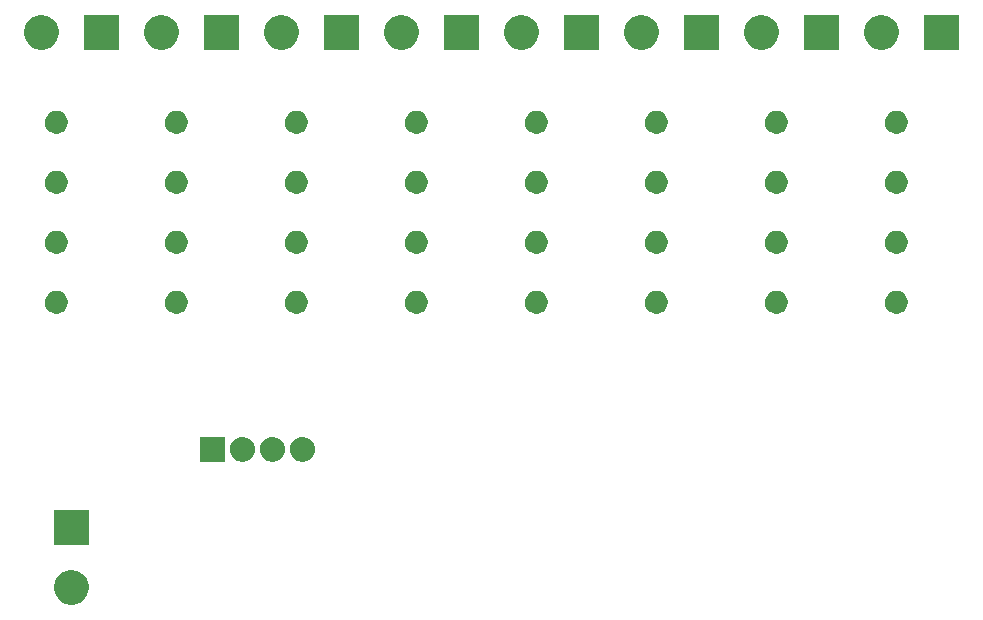
<source format=gbs>
G04 #@! TF.GenerationSoftware,KiCad,Pcbnew,5.0.1-33cea8e~68~ubuntu18.04.1*
G04 #@! TF.CreationDate,2018-11-29T08:56:37+01:00*
G04 #@! TF.ProjectId,8RelaisReed,3852656C616973526565642E6B696361,rev?*
G04 #@! TF.SameCoordinates,Original*
G04 #@! TF.FileFunction,Soldermask,Bot*
G04 #@! TF.FilePolarity,Negative*
%FSLAX46Y46*%
G04 Gerber Fmt 4.6, Leading zero omitted, Abs format (unit mm)*
G04 Created by KiCad (PCBNEW 5.0.1-33cea8e~68~ubuntu18.04.1) date jeu. 29 nov. 2018 08:56:37 CET*
%MOMM*%
%LPD*%
G01*
G04 APERTURE LIST*
%ADD10C,0.100000*%
G04 APERTURE END LIST*
D10*
G36*
X143938781Y-115426490D02*
X144206307Y-115537303D01*
X144447074Y-115698178D01*
X144651822Y-115902926D01*
X144812697Y-116143693D01*
X144923510Y-116411219D01*
X144980000Y-116695216D01*
X144980000Y-116984784D01*
X144923510Y-117268781D01*
X144812697Y-117536307D01*
X144651822Y-117777074D01*
X144447074Y-117981822D01*
X144206307Y-118142697D01*
X143938781Y-118253510D01*
X143654784Y-118310000D01*
X143365216Y-118310000D01*
X143081219Y-118253510D01*
X142813693Y-118142697D01*
X142572926Y-117981822D01*
X142368178Y-117777074D01*
X142207303Y-117536307D01*
X142096490Y-117268781D01*
X142040000Y-116984784D01*
X142040000Y-116695216D01*
X142096490Y-116411219D01*
X142207303Y-116143693D01*
X142368178Y-115902926D01*
X142572926Y-115698178D01*
X142813693Y-115537303D01*
X143081219Y-115426490D01*
X143365216Y-115370000D01*
X143654784Y-115370000D01*
X143938781Y-115426490D01*
X143938781Y-115426490D01*
G37*
G36*
X144980000Y-113230000D02*
X142040000Y-113230000D01*
X142040000Y-110290000D01*
X144980000Y-110290000D01*
X144980000Y-113230000D01*
X144980000Y-113230000D01*
G37*
G36*
X156498000Y-106206000D02*
X154398000Y-106206000D01*
X154398000Y-104106000D01*
X156498000Y-104106000D01*
X156498000Y-106206000D01*
X156498000Y-106206000D01*
G37*
G36*
X163196707Y-104113596D02*
X163273836Y-104121193D01*
X163405787Y-104161220D01*
X163471763Y-104181233D01*
X163654172Y-104278733D01*
X163814054Y-104409946D01*
X163945267Y-104569828D01*
X164042767Y-104752237D01*
X164042767Y-104752238D01*
X164102807Y-104950164D01*
X164123080Y-105156000D01*
X164102807Y-105361836D01*
X164062780Y-105493787D01*
X164042767Y-105559763D01*
X163945267Y-105742172D01*
X163814054Y-105902054D01*
X163654172Y-106033267D01*
X163471763Y-106130767D01*
X163405787Y-106150780D01*
X163273836Y-106190807D01*
X163196707Y-106198404D01*
X163119580Y-106206000D01*
X163016420Y-106206000D01*
X162939293Y-106198404D01*
X162862164Y-106190807D01*
X162730213Y-106150780D01*
X162664237Y-106130767D01*
X162481828Y-106033267D01*
X162321946Y-105902054D01*
X162190733Y-105742172D01*
X162093233Y-105559763D01*
X162073220Y-105493787D01*
X162033193Y-105361836D01*
X162012920Y-105156000D01*
X162033193Y-104950164D01*
X162093233Y-104752238D01*
X162093233Y-104752237D01*
X162190733Y-104569828D01*
X162321946Y-104409946D01*
X162481828Y-104278733D01*
X162664237Y-104181233D01*
X162730213Y-104161220D01*
X162862164Y-104121193D01*
X162939293Y-104113596D01*
X163016420Y-104106000D01*
X163119580Y-104106000D01*
X163196707Y-104113596D01*
X163196707Y-104113596D01*
G37*
G36*
X160656707Y-104113596D02*
X160733836Y-104121193D01*
X160865787Y-104161220D01*
X160931763Y-104181233D01*
X161114172Y-104278733D01*
X161274054Y-104409946D01*
X161405267Y-104569828D01*
X161502767Y-104752237D01*
X161502767Y-104752238D01*
X161562807Y-104950164D01*
X161583080Y-105156000D01*
X161562807Y-105361836D01*
X161522780Y-105493787D01*
X161502767Y-105559763D01*
X161405267Y-105742172D01*
X161274054Y-105902054D01*
X161114172Y-106033267D01*
X160931763Y-106130767D01*
X160865787Y-106150780D01*
X160733836Y-106190807D01*
X160656707Y-106198404D01*
X160579580Y-106206000D01*
X160476420Y-106206000D01*
X160399293Y-106198404D01*
X160322164Y-106190807D01*
X160190213Y-106150780D01*
X160124237Y-106130767D01*
X159941828Y-106033267D01*
X159781946Y-105902054D01*
X159650733Y-105742172D01*
X159553233Y-105559763D01*
X159533220Y-105493787D01*
X159493193Y-105361836D01*
X159472920Y-105156000D01*
X159493193Y-104950164D01*
X159553233Y-104752238D01*
X159553233Y-104752237D01*
X159650733Y-104569828D01*
X159781946Y-104409946D01*
X159941828Y-104278733D01*
X160124237Y-104181233D01*
X160190213Y-104161220D01*
X160322164Y-104121193D01*
X160399293Y-104113596D01*
X160476420Y-104106000D01*
X160579580Y-104106000D01*
X160656707Y-104113596D01*
X160656707Y-104113596D01*
G37*
G36*
X158116707Y-104113596D02*
X158193836Y-104121193D01*
X158325787Y-104161220D01*
X158391763Y-104181233D01*
X158574172Y-104278733D01*
X158734054Y-104409946D01*
X158865267Y-104569828D01*
X158962767Y-104752237D01*
X158962767Y-104752238D01*
X159022807Y-104950164D01*
X159043080Y-105156000D01*
X159022807Y-105361836D01*
X158982780Y-105493787D01*
X158962767Y-105559763D01*
X158865267Y-105742172D01*
X158734054Y-105902054D01*
X158574172Y-106033267D01*
X158391763Y-106130767D01*
X158325787Y-106150780D01*
X158193836Y-106190807D01*
X158116707Y-106198404D01*
X158039580Y-106206000D01*
X157936420Y-106206000D01*
X157859293Y-106198404D01*
X157782164Y-106190807D01*
X157650213Y-106150780D01*
X157584237Y-106130767D01*
X157401828Y-106033267D01*
X157241946Y-105902054D01*
X157110733Y-105742172D01*
X157013233Y-105559763D01*
X156993220Y-105493787D01*
X156953193Y-105361836D01*
X156932920Y-105156000D01*
X156953193Y-104950164D01*
X157013233Y-104752238D01*
X157013233Y-104752237D01*
X157110733Y-104569828D01*
X157241946Y-104409946D01*
X157401828Y-104278733D01*
X157584237Y-104181233D01*
X157650213Y-104161220D01*
X157782164Y-104121193D01*
X157859293Y-104113596D01*
X157936420Y-104106000D01*
X158039580Y-104106000D01*
X158116707Y-104113596D01*
X158116707Y-104113596D01*
G37*
G36*
X142520603Y-91784968D02*
X142520606Y-91784969D01*
X142520605Y-91784969D01*
X142695678Y-91857486D01*
X142695679Y-91857487D01*
X142853241Y-91962767D01*
X142987233Y-92096759D01*
X142987234Y-92096761D01*
X143092514Y-92254322D01*
X143148603Y-92389734D01*
X143165032Y-92429397D01*
X143202000Y-92615250D01*
X143202000Y-92804750D01*
X143165032Y-92990603D01*
X143165031Y-92990605D01*
X143092514Y-93165678D01*
X143092513Y-93165679D01*
X142987233Y-93323241D01*
X142853241Y-93457233D01*
X142773923Y-93510232D01*
X142695678Y-93562514D01*
X142560266Y-93618603D01*
X142520603Y-93635032D01*
X142334750Y-93672000D01*
X142145250Y-93672000D01*
X141959397Y-93635032D01*
X141919734Y-93618603D01*
X141784322Y-93562514D01*
X141706077Y-93510232D01*
X141626759Y-93457233D01*
X141492767Y-93323241D01*
X141387487Y-93165679D01*
X141387486Y-93165678D01*
X141314969Y-92990605D01*
X141314968Y-92990603D01*
X141278000Y-92804750D01*
X141278000Y-92615250D01*
X141314968Y-92429397D01*
X141331397Y-92389734D01*
X141387486Y-92254322D01*
X141492766Y-92096761D01*
X141492767Y-92096759D01*
X141626759Y-91962767D01*
X141784321Y-91857487D01*
X141784322Y-91857486D01*
X141959395Y-91784969D01*
X141959394Y-91784969D01*
X141959397Y-91784968D01*
X142145250Y-91748000D01*
X142334750Y-91748000D01*
X142520603Y-91784968D01*
X142520603Y-91784968D01*
G37*
G36*
X162840603Y-91784968D02*
X162840606Y-91784969D01*
X162840605Y-91784969D01*
X163015678Y-91857486D01*
X163015679Y-91857487D01*
X163173241Y-91962767D01*
X163307233Y-92096759D01*
X163307234Y-92096761D01*
X163412514Y-92254322D01*
X163468603Y-92389734D01*
X163485032Y-92429397D01*
X163522000Y-92615250D01*
X163522000Y-92804750D01*
X163485032Y-92990603D01*
X163485031Y-92990605D01*
X163412514Y-93165678D01*
X163412513Y-93165679D01*
X163307233Y-93323241D01*
X163173241Y-93457233D01*
X163093923Y-93510232D01*
X163015678Y-93562514D01*
X162880266Y-93618603D01*
X162840603Y-93635032D01*
X162654750Y-93672000D01*
X162465250Y-93672000D01*
X162279397Y-93635032D01*
X162239734Y-93618603D01*
X162104322Y-93562514D01*
X162026077Y-93510232D01*
X161946759Y-93457233D01*
X161812767Y-93323241D01*
X161707487Y-93165679D01*
X161707486Y-93165678D01*
X161634969Y-92990605D01*
X161634968Y-92990603D01*
X161598000Y-92804750D01*
X161598000Y-92615250D01*
X161634968Y-92429397D01*
X161651397Y-92389734D01*
X161707486Y-92254322D01*
X161812766Y-92096761D01*
X161812767Y-92096759D01*
X161946759Y-91962767D01*
X162104321Y-91857487D01*
X162104322Y-91857486D01*
X162279395Y-91784969D01*
X162279394Y-91784969D01*
X162279397Y-91784968D01*
X162465250Y-91748000D01*
X162654750Y-91748000D01*
X162840603Y-91784968D01*
X162840603Y-91784968D01*
G37*
G36*
X173000603Y-91784968D02*
X173000606Y-91784969D01*
X173000605Y-91784969D01*
X173175678Y-91857486D01*
X173175679Y-91857487D01*
X173333241Y-91962767D01*
X173467233Y-92096759D01*
X173467234Y-92096761D01*
X173572514Y-92254322D01*
X173628603Y-92389734D01*
X173645032Y-92429397D01*
X173682000Y-92615250D01*
X173682000Y-92804750D01*
X173645032Y-92990603D01*
X173645031Y-92990605D01*
X173572514Y-93165678D01*
X173572513Y-93165679D01*
X173467233Y-93323241D01*
X173333241Y-93457233D01*
X173253923Y-93510232D01*
X173175678Y-93562514D01*
X173040266Y-93618603D01*
X173000603Y-93635032D01*
X172814750Y-93672000D01*
X172625250Y-93672000D01*
X172439397Y-93635032D01*
X172399734Y-93618603D01*
X172264322Y-93562514D01*
X172186077Y-93510232D01*
X172106759Y-93457233D01*
X171972767Y-93323241D01*
X171867487Y-93165679D01*
X171867486Y-93165678D01*
X171794969Y-92990605D01*
X171794968Y-92990603D01*
X171758000Y-92804750D01*
X171758000Y-92615250D01*
X171794968Y-92429397D01*
X171811397Y-92389734D01*
X171867486Y-92254322D01*
X171972766Y-92096761D01*
X171972767Y-92096759D01*
X172106759Y-91962767D01*
X172264321Y-91857487D01*
X172264322Y-91857486D01*
X172439395Y-91784969D01*
X172439394Y-91784969D01*
X172439397Y-91784968D01*
X172625250Y-91748000D01*
X172814750Y-91748000D01*
X173000603Y-91784968D01*
X173000603Y-91784968D01*
G37*
G36*
X183160603Y-91784968D02*
X183160606Y-91784969D01*
X183160605Y-91784969D01*
X183335678Y-91857486D01*
X183335679Y-91857487D01*
X183493241Y-91962767D01*
X183627233Y-92096759D01*
X183627234Y-92096761D01*
X183732514Y-92254322D01*
X183788603Y-92389734D01*
X183805032Y-92429397D01*
X183842000Y-92615250D01*
X183842000Y-92804750D01*
X183805032Y-92990603D01*
X183805031Y-92990605D01*
X183732514Y-93165678D01*
X183732513Y-93165679D01*
X183627233Y-93323241D01*
X183493241Y-93457233D01*
X183413923Y-93510232D01*
X183335678Y-93562514D01*
X183200266Y-93618603D01*
X183160603Y-93635032D01*
X182974750Y-93672000D01*
X182785250Y-93672000D01*
X182599397Y-93635032D01*
X182559734Y-93618603D01*
X182424322Y-93562514D01*
X182346077Y-93510232D01*
X182266759Y-93457233D01*
X182132767Y-93323241D01*
X182027487Y-93165679D01*
X182027486Y-93165678D01*
X181954969Y-92990605D01*
X181954968Y-92990603D01*
X181918000Y-92804750D01*
X181918000Y-92615250D01*
X181954968Y-92429397D01*
X181971397Y-92389734D01*
X182027486Y-92254322D01*
X182132766Y-92096761D01*
X182132767Y-92096759D01*
X182266759Y-91962767D01*
X182424321Y-91857487D01*
X182424322Y-91857486D01*
X182599395Y-91784969D01*
X182599394Y-91784969D01*
X182599397Y-91784968D01*
X182785250Y-91748000D01*
X182974750Y-91748000D01*
X183160603Y-91784968D01*
X183160603Y-91784968D01*
G37*
G36*
X193320603Y-91784968D02*
X193320606Y-91784969D01*
X193320605Y-91784969D01*
X193495678Y-91857486D01*
X193495679Y-91857487D01*
X193653241Y-91962767D01*
X193787233Y-92096759D01*
X193787234Y-92096761D01*
X193892514Y-92254322D01*
X193948603Y-92389734D01*
X193965032Y-92429397D01*
X194002000Y-92615250D01*
X194002000Y-92804750D01*
X193965032Y-92990603D01*
X193965031Y-92990605D01*
X193892514Y-93165678D01*
X193892513Y-93165679D01*
X193787233Y-93323241D01*
X193653241Y-93457233D01*
X193573923Y-93510232D01*
X193495678Y-93562514D01*
X193360266Y-93618603D01*
X193320603Y-93635032D01*
X193134750Y-93672000D01*
X192945250Y-93672000D01*
X192759397Y-93635032D01*
X192719734Y-93618603D01*
X192584322Y-93562514D01*
X192506077Y-93510232D01*
X192426759Y-93457233D01*
X192292767Y-93323241D01*
X192187487Y-93165679D01*
X192187486Y-93165678D01*
X192114969Y-92990605D01*
X192114968Y-92990603D01*
X192078000Y-92804750D01*
X192078000Y-92615250D01*
X192114968Y-92429397D01*
X192131397Y-92389734D01*
X192187486Y-92254322D01*
X192292766Y-92096761D01*
X192292767Y-92096759D01*
X192426759Y-91962767D01*
X192584321Y-91857487D01*
X192584322Y-91857486D01*
X192759395Y-91784969D01*
X192759394Y-91784969D01*
X192759397Y-91784968D01*
X192945250Y-91748000D01*
X193134750Y-91748000D01*
X193320603Y-91784968D01*
X193320603Y-91784968D01*
G37*
G36*
X203480603Y-91784968D02*
X203480606Y-91784969D01*
X203480605Y-91784969D01*
X203655678Y-91857486D01*
X203655679Y-91857487D01*
X203813241Y-91962767D01*
X203947233Y-92096759D01*
X203947234Y-92096761D01*
X204052514Y-92254322D01*
X204108603Y-92389734D01*
X204125032Y-92429397D01*
X204162000Y-92615250D01*
X204162000Y-92804750D01*
X204125032Y-92990603D01*
X204125031Y-92990605D01*
X204052514Y-93165678D01*
X204052513Y-93165679D01*
X203947233Y-93323241D01*
X203813241Y-93457233D01*
X203733923Y-93510232D01*
X203655678Y-93562514D01*
X203520266Y-93618603D01*
X203480603Y-93635032D01*
X203294750Y-93672000D01*
X203105250Y-93672000D01*
X202919397Y-93635032D01*
X202879734Y-93618603D01*
X202744322Y-93562514D01*
X202666077Y-93510232D01*
X202586759Y-93457233D01*
X202452767Y-93323241D01*
X202347487Y-93165679D01*
X202347486Y-93165678D01*
X202274969Y-92990605D01*
X202274968Y-92990603D01*
X202238000Y-92804750D01*
X202238000Y-92615250D01*
X202274968Y-92429397D01*
X202291397Y-92389734D01*
X202347486Y-92254322D01*
X202452766Y-92096761D01*
X202452767Y-92096759D01*
X202586759Y-91962767D01*
X202744321Y-91857487D01*
X202744322Y-91857486D01*
X202919395Y-91784969D01*
X202919394Y-91784969D01*
X202919397Y-91784968D01*
X203105250Y-91748000D01*
X203294750Y-91748000D01*
X203480603Y-91784968D01*
X203480603Y-91784968D01*
G37*
G36*
X213640603Y-91784968D02*
X213640606Y-91784969D01*
X213640605Y-91784969D01*
X213815678Y-91857486D01*
X213815679Y-91857487D01*
X213973241Y-91962767D01*
X214107233Y-92096759D01*
X214107234Y-92096761D01*
X214212514Y-92254322D01*
X214268603Y-92389734D01*
X214285032Y-92429397D01*
X214322000Y-92615250D01*
X214322000Y-92804750D01*
X214285032Y-92990603D01*
X214285031Y-92990605D01*
X214212514Y-93165678D01*
X214212513Y-93165679D01*
X214107233Y-93323241D01*
X213973241Y-93457233D01*
X213893923Y-93510232D01*
X213815678Y-93562514D01*
X213680266Y-93618603D01*
X213640603Y-93635032D01*
X213454750Y-93672000D01*
X213265250Y-93672000D01*
X213079397Y-93635032D01*
X213039734Y-93618603D01*
X212904322Y-93562514D01*
X212826077Y-93510232D01*
X212746759Y-93457233D01*
X212612767Y-93323241D01*
X212507487Y-93165679D01*
X212507486Y-93165678D01*
X212434969Y-92990605D01*
X212434968Y-92990603D01*
X212398000Y-92804750D01*
X212398000Y-92615250D01*
X212434968Y-92429397D01*
X212451397Y-92389734D01*
X212507486Y-92254322D01*
X212612766Y-92096761D01*
X212612767Y-92096759D01*
X212746759Y-91962767D01*
X212904321Y-91857487D01*
X212904322Y-91857486D01*
X213079395Y-91784969D01*
X213079394Y-91784969D01*
X213079397Y-91784968D01*
X213265250Y-91748000D01*
X213454750Y-91748000D01*
X213640603Y-91784968D01*
X213640603Y-91784968D01*
G37*
G36*
X152680603Y-91784968D02*
X152680606Y-91784969D01*
X152680605Y-91784969D01*
X152855678Y-91857486D01*
X152855679Y-91857487D01*
X153013241Y-91962767D01*
X153147233Y-92096759D01*
X153147234Y-92096761D01*
X153252514Y-92254322D01*
X153308603Y-92389734D01*
X153325032Y-92429397D01*
X153362000Y-92615250D01*
X153362000Y-92804750D01*
X153325032Y-92990603D01*
X153325031Y-92990605D01*
X153252514Y-93165678D01*
X153252513Y-93165679D01*
X153147233Y-93323241D01*
X153013241Y-93457233D01*
X152933923Y-93510232D01*
X152855678Y-93562514D01*
X152720266Y-93618603D01*
X152680603Y-93635032D01*
X152494750Y-93672000D01*
X152305250Y-93672000D01*
X152119397Y-93635032D01*
X152079734Y-93618603D01*
X151944322Y-93562514D01*
X151866077Y-93510232D01*
X151786759Y-93457233D01*
X151652767Y-93323241D01*
X151547487Y-93165679D01*
X151547486Y-93165678D01*
X151474969Y-92990605D01*
X151474968Y-92990603D01*
X151438000Y-92804750D01*
X151438000Y-92615250D01*
X151474968Y-92429397D01*
X151491397Y-92389734D01*
X151547486Y-92254322D01*
X151652766Y-92096761D01*
X151652767Y-92096759D01*
X151786759Y-91962767D01*
X151944321Y-91857487D01*
X151944322Y-91857486D01*
X152119395Y-91784969D01*
X152119394Y-91784969D01*
X152119397Y-91784968D01*
X152305250Y-91748000D01*
X152494750Y-91748000D01*
X152680603Y-91784968D01*
X152680603Y-91784968D01*
G37*
G36*
X142520603Y-86704968D02*
X142520606Y-86704969D01*
X142520605Y-86704969D01*
X142695678Y-86777486D01*
X142695679Y-86777487D01*
X142853241Y-86882767D01*
X142987233Y-87016759D01*
X142987234Y-87016761D01*
X143092514Y-87174322D01*
X143148603Y-87309734D01*
X143165032Y-87349397D01*
X143202000Y-87535250D01*
X143202000Y-87724750D01*
X143165032Y-87910603D01*
X143165031Y-87910605D01*
X143092514Y-88085678D01*
X143092513Y-88085679D01*
X142987233Y-88243241D01*
X142853241Y-88377233D01*
X142773923Y-88430232D01*
X142695678Y-88482514D01*
X142560266Y-88538603D01*
X142520603Y-88555032D01*
X142334750Y-88592000D01*
X142145250Y-88592000D01*
X141959397Y-88555032D01*
X141919734Y-88538603D01*
X141784322Y-88482514D01*
X141706077Y-88430232D01*
X141626759Y-88377233D01*
X141492767Y-88243241D01*
X141387487Y-88085679D01*
X141387486Y-88085678D01*
X141314969Y-87910605D01*
X141314968Y-87910603D01*
X141278000Y-87724750D01*
X141278000Y-87535250D01*
X141314968Y-87349397D01*
X141331397Y-87309734D01*
X141387486Y-87174322D01*
X141492766Y-87016761D01*
X141492767Y-87016759D01*
X141626759Y-86882767D01*
X141784321Y-86777487D01*
X141784322Y-86777486D01*
X141959395Y-86704969D01*
X141959394Y-86704969D01*
X141959397Y-86704968D01*
X142145250Y-86668000D01*
X142334750Y-86668000D01*
X142520603Y-86704968D01*
X142520603Y-86704968D01*
G37*
G36*
X162840603Y-86704968D02*
X162840606Y-86704969D01*
X162840605Y-86704969D01*
X163015678Y-86777486D01*
X163015679Y-86777487D01*
X163173241Y-86882767D01*
X163307233Y-87016759D01*
X163307234Y-87016761D01*
X163412514Y-87174322D01*
X163468603Y-87309734D01*
X163485032Y-87349397D01*
X163522000Y-87535250D01*
X163522000Y-87724750D01*
X163485032Y-87910603D01*
X163485031Y-87910605D01*
X163412514Y-88085678D01*
X163412513Y-88085679D01*
X163307233Y-88243241D01*
X163173241Y-88377233D01*
X163093923Y-88430232D01*
X163015678Y-88482514D01*
X162880266Y-88538603D01*
X162840603Y-88555032D01*
X162654750Y-88592000D01*
X162465250Y-88592000D01*
X162279397Y-88555032D01*
X162239734Y-88538603D01*
X162104322Y-88482514D01*
X162026077Y-88430232D01*
X161946759Y-88377233D01*
X161812767Y-88243241D01*
X161707487Y-88085679D01*
X161707486Y-88085678D01*
X161634969Y-87910605D01*
X161634968Y-87910603D01*
X161598000Y-87724750D01*
X161598000Y-87535250D01*
X161634968Y-87349397D01*
X161651397Y-87309734D01*
X161707486Y-87174322D01*
X161812766Y-87016761D01*
X161812767Y-87016759D01*
X161946759Y-86882767D01*
X162104321Y-86777487D01*
X162104322Y-86777486D01*
X162279395Y-86704969D01*
X162279394Y-86704969D01*
X162279397Y-86704968D01*
X162465250Y-86668000D01*
X162654750Y-86668000D01*
X162840603Y-86704968D01*
X162840603Y-86704968D01*
G37*
G36*
X152680603Y-86704968D02*
X152680606Y-86704969D01*
X152680605Y-86704969D01*
X152855678Y-86777486D01*
X152855679Y-86777487D01*
X153013241Y-86882767D01*
X153147233Y-87016759D01*
X153147234Y-87016761D01*
X153252514Y-87174322D01*
X153308603Y-87309734D01*
X153325032Y-87349397D01*
X153362000Y-87535250D01*
X153362000Y-87724750D01*
X153325032Y-87910603D01*
X153325031Y-87910605D01*
X153252514Y-88085678D01*
X153252513Y-88085679D01*
X153147233Y-88243241D01*
X153013241Y-88377233D01*
X152933923Y-88430232D01*
X152855678Y-88482514D01*
X152720266Y-88538603D01*
X152680603Y-88555032D01*
X152494750Y-88592000D01*
X152305250Y-88592000D01*
X152119397Y-88555032D01*
X152079734Y-88538603D01*
X151944322Y-88482514D01*
X151866077Y-88430232D01*
X151786759Y-88377233D01*
X151652767Y-88243241D01*
X151547487Y-88085679D01*
X151547486Y-88085678D01*
X151474969Y-87910605D01*
X151474968Y-87910603D01*
X151438000Y-87724750D01*
X151438000Y-87535250D01*
X151474968Y-87349397D01*
X151491397Y-87309734D01*
X151547486Y-87174322D01*
X151652766Y-87016761D01*
X151652767Y-87016759D01*
X151786759Y-86882767D01*
X151944321Y-86777487D01*
X151944322Y-86777486D01*
X152119395Y-86704969D01*
X152119394Y-86704969D01*
X152119397Y-86704968D01*
X152305250Y-86668000D01*
X152494750Y-86668000D01*
X152680603Y-86704968D01*
X152680603Y-86704968D01*
G37*
G36*
X173000603Y-86704968D02*
X173000606Y-86704969D01*
X173000605Y-86704969D01*
X173175678Y-86777486D01*
X173175679Y-86777487D01*
X173333241Y-86882767D01*
X173467233Y-87016759D01*
X173467234Y-87016761D01*
X173572514Y-87174322D01*
X173628603Y-87309734D01*
X173645032Y-87349397D01*
X173682000Y-87535250D01*
X173682000Y-87724750D01*
X173645032Y-87910603D01*
X173645031Y-87910605D01*
X173572514Y-88085678D01*
X173572513Y-88085679D01*
X173467233Y-88243241D01*
X173333241Y-88377233D01*
X173253923Y-88430232D01*
X173175678Y-88482514D01*
X173040266Y-88538603D01*
X173000603Y-88555032D01*
X172814750Y-88592000D01*
X172625250Y-88592000D01*
X172439397Y-88555032D01*
X172399734Y-88538603D01*
X172264322Y-88482514D01*
X172186077Y-88430232D01*
X172106759Y-88377233D01*
X171972767Y-88243241D01*
X171867487Y-88085679D01*
X171867486Y-88085678D01*
X171794969Y-87910605D01*
X171794968Y-87910603D01*
X171758000Y-87724750D01*
X171758000Y-87535250D01*
X171794968Y-87349397D01*
X171811397Y-87309734D01*
X171867486Y-87174322D01*
X171972766Y-87016761D01*
X171972767Y-87016759D01*
X172106759Y-86882767D01*
X172264321Y-86777487D01*
X172264322Y-86777486D01*
X172439395Y-86704969D01*
X172439394Y-86704969D01*
X172439397Y-86704968D01*
X172625250Y-86668000D01*
X172814750Y-86668000D01*
X173000603Y-86704968D01*
X173000603Y-86704968D01*
G37*
G36*
X183160603Y-86704968D02*
X183160606Y-86704969D01*
X183160605Y-86704969D01*
X183335678Y-86777486D01*
X183335679Y-86777487D01*
X183493241Y-86882767D01*
X183627233Y-87016759D01*
X183627234Y-87016761D01*
X183732514Y-87174322D01*
X183788603Y-87309734D01*
X183805032Y-87349397D01*
X183842000Y-87535250D01*
X183842000Y-87724750D01*
X183805032Y-87910603D01*
X183805031Y-87910605D01*
X183732514Y-88085678D01*
X183732513Y-88085679D01*
X183627233Y-88243241D01*
X183493241Y-88377233D01*
X183413923Y-88430232D01*
X183335678Y-88482514D01*
X183200266Y-88538603D01*
X183160603Y-88555032D01*
X182974750Y-88592000D01*
X182785250Y-88592000D01*
X182599397Y-88555032D01*
X182559734Y-88538603D01*
X182424322Y-88482514D01*
X182346077Y-88430232D01*
X182266759Y-88377233D01*
X182132767Y-88243241D01*
X182027487Y-88085679D01*
X182027486Y-88085678D01*
X181954969Y-87910605D01*
X181954968Y-87910603D01*
X181918000Y-87724750D01*
X181918000Y-87535250D01*
X181954968Y-87349397D01*
X181971397Y-87309734D01*
X182027486Y-87174322D01*
X182132766Y-87016761D01*
X182132767Y-87016759D01*
X182266759Y-86882767D01*
X182424321Y-86777487D01*
X182424322Y-86777486D01*
X182599395Y-86704969D01*
X182599394Y-86704969D01*
X182599397Y-86704968D01*
X182785250Y-86668000D01*
X182974750Y-86668000D01*
X183160603Y-86704968D01*
X183160603Y-86704968D01*
G37*
G36*
X193320603Y-86704968D02*
X193320606Y-86704969D01*
X193320605Y-86704969D01*
X193495678Y-86777486D01*
X193495679Y-86777487D01*
X193653241Y-86882767D01*
X193787233Y-87016759D01*
X193787234Y-87016761D01*
X193892514Y-87174322D01*
X193948603Y-87309734D01*
X193965032Y-87349397D01*
X194002000Y-87535250D01*
X194002000Y-87724750D01*
X193965032Y-87910603D01*
X193965031Y-87910605D01*
X193892514Y-88085678D01*
X193892513Y-88085679D01*
X193787233Y-88243241D01*
X193653241Y-88377233D01*
X193573923Y-88430232D01*
X193495678Y-88482514D01*
X193360266Y-88538603D01*
X193320603Y-88555032D01*
X193134750Y-88592000D01*
X192945250Y-88592000D01*
X192759397Y-88555032D01*
X192719734Y-88538603D01*
X192584322Y-88482514D01*
X192506077Y-88430232D01*
X192426759Y-88377233D01*
X192292767Y-88243241D01*
X192187487Y-88085679D01*
X192187486Y-88085678D01*
X192114969Y-87910605D01*
X192114968Y-87910603D01*
X192078000Y-87724750D01*
X192078000Y-87535250D01*
X192114968Y-87349397D01*
X192131397Y-87309734D01*
X192187486Y-87174322D01*
X192292766Y-87016761D01*
X192292767Y-87016759D01*
X192426759Y-86882767D01*
X192584321Y-86777487D01*
X192584322Y-86777486D01*
X192759395Y-86704969D01*
X192759394Y-86704969D01*
X192759397Y-86704968D01*
X192945250Y-86668000D01*
X193134750Y-86668000D01*
X193320603Y-86704968D01*
X193320603Y-86704968D01*
G37*
G36*
X203480603Y-86704968D02*
X203480606Y-86704969D01*
X203480605Y-86704969D01*
X203655678Y-86777486D01*
X203655679Y-86777487D01*
X203813241Y-86882767D01*
X203947233Y-87016759D01*
X203947234Y-87016761D01*
X204052514Y-87174322D01*
X204108603Y-87309734D01*
X204125032Y-87349397D01*
X204162000Y-87535250D01*
X204162000Y-87724750D01*
X204125032Y-87910603D01*
X204125031Y-87910605D01*
X204052514Y-88085678D01*
X204052513Y-88085679D01*
X203947233Y-88243241D01*
X203813241Y-88377233D01*
X203733923Y-88430232D01*
X203655678Y-88482514D01*
X203520266Y-88538603D01*
X203480603Y-88555032D01*
X203294750Y-88592000D01*
X203105250Y-88592000D01*
X202919397Y-88555032D01*
X202879734Y-88538603D01*
X202744322Y-88482514D01*
X202666077Y-88430232D01*
X202586759Y-88377233D01*
X202452767Y-88243241D01*
X202347487Y-88085679D01*
X202347486Y-88085678D01*
X202274969Y-87910605D01*
X202274968Y-87910603D01*
X202238000Y-87724750D01*
X202238000Y-87535250D01*
X202274968Y-87349397D01*
X202291397Y-87309734D01*
X202347486Y-87174322D01*
X202452766Y-87016761D01*
X202452767Y-87016759D01*
X202586759Y-86882767D01*
X202744321Y-86777487D01*
X202744322Y-86777486D01*
X202919395Y-86704969D01*
X202919394Y-86704969D01*
X202919397Y-86704968D01*
X203105250Y-86668000D01*
X203294750Y-86668000D01*
X203480603Y-86704968D01*
X203480603Y-86704968D01*
G37*
G36*
X213640603Y-86704968D02*
X213640606Y-86704969D01*
X213640605Y-86704969D01*
X213815678Y-86777486D01*
X213815679Y-86777487D01*
X213973241Y-86882767D01*
X214107233Y-87016759D01*
X214107234Y-87016761D01*
X214212514Y-87174322D01*
X214268603Y-87309734D01*
X214285032Y-87349397D01*
X214322000Y-87535250D01*
X214322000Y-87724750D01*
X214285032Y-87910603D01*
X214285031Y-87910605D01*
X214212514Y-88085678D01*
X214212513Y-88085679D01*
X214107233Y-88243241D01*
X213973241Y-88377233D01*
X213893923Y-88430232D01*
X213815678Y-88482514D01*
X213680266Y-88538603D01*
X213640603Y-88555032D01*
X213454750Y-88592000D01*
X213265250Y-88592000D01*
X213079397Y-88555032D01*
X213039734Y-88538603D01*
X212904322Y-88482514D01*
X212826077Y-88430232D01*
X212746759Y-88377233D01*
X212612767Y-88243241D01*
X212507487Y-88085679D01*
X212507486Y-88085678D01*
X212434969Y-87910605D01*
X212434968Y-87910603D01*
X212398000Y-87724750D01*
X212398000Y-87535250D01*
X212434968Y-87349397D01*
X212451397Y-87309734D01*
X212507486Y-87174322D01*
X212612766Y-87016761D01*
X212612767Y-87016759D01*
X212746759Y-86882767D01*
X212904321Y-86777487D01*
X212904322Y-86777486D01*
X213079395Y-86704969D01*
X213079394Y-86704969D01*
X213079397Y-86704968D01*
X213265250Y-86668000D01*
X213454750Y-86668000D01*
X213640603Y-86704968D01*
X213640603Y-86704968D01*
G37*
G36*
X173000603Y-81624968D02*
X173000606Y-81624969D01*
X173000605Y-81624969D01*
X173175678Y-81697486D01*
X173175679Y-81697487D01*
X173333241Y-81802767D01*
X173467233Y-81936759D01*
X173467234Y-81936761D01*
X173572514Y-82094322D01*
X173628603Y-82229734D01*
X173645032Y-82269397D01*
X173682000Y-82455250D01*
X173682000Y-82644750D01*
X173645032Y-82830603D01*
X173645031Y-82830605D01*
X173572514Y-83005678D01*
X173572513Y-83005679D01*
X173467233Y-83163241D01*
X173333241Y-83297233D01*
X173253923Y-83350232D01*
X173175678Y-83402514D01*
X173040266Y-83458603D01*
X173000603Y-83475032D01*
X172814750Y-83512000D01*
X172625250Y-83512000D01*
X172439397Y-83475032D01*
X172399734Y-83458603D01*
X172264322Y-83402514D01*
X172186077Y-83350232D01*
X172106759Y-83297233D01*
X171972767Y-83163241D01*
X171867487Y-83005679D01*
X171867486Y-83005678D01*
X171794969Y-82830605D01*
X171794968Y-82830603D01*
X171758000Y-82644750D01*
X171758000Y-82455250D01*
X171794968Y-82269397D01*
X171811397Y-82229734D01*
X171867486Y-82094322D01*
X171972766Y-81936761D01*
X171972767Y-81936759D01*
X172106759Y-81802767D01*
X172264321Y-81697487D01*
X172264322Y-81697486D01*
X172439395Y-81624969D01*
X172439394Y-81624969D01*
X172439397Y-81624968D01*
X172625250Y-81588000D01*
X172814750Y-81588000D01*
X173000603Y-81624968D01*
X173000603Y-81624968D01*
G37*
G36*
X193320603Y-81624968D02*
X193320606Y-81624969D01*
X193320605Y-81624969D01*
X193495678Y-81697486D01*
X193495679Y-81697487D01*
X193653241Y-81802767D01*
X193787233Y-81936759D01*
X193787234Y-81936761D01*
X193892514Y-82094322D01*
X193948603Y-82229734D01*
X193965032Y-82269397D01*
X194002000Y-82455250D01*
X194002000Y-82644750D01*
X193965032Y-82830603D01*
X193965031Y-82830605D01*
X193892514Y-83005678D01*
X193892513Y-83005679D01*
X193787233Y-83163241D01*
X193653241Y-83297233D01*
X193573923Y-83350232D01*
X193495678Y-83402514D01*
X193360266Y-83458603D01*
X193320603Y-83475032D01*
X193134750Y-83512000D01*
X192945250Y-83512000D01*
X192759397Y-83475032D01*
X192719734Y-83458603D01*
X192584322Y-83402514D01*
X192506077Y-83350232D01*
X192426759Y-83297233D01*
X192292767Y-83163241D01*
X192187487Y-83005679D01*
X192187486Y-83005678D01*
X192114969Y-82830605D01*
X192114968Y-82830603D01*
X192078000Y-82644750D01*
X192078000Y-82455250D01*
X192114968Y-82269397D01*
X192131397Y-82229734D01*
X192187486Y-82094322D01*
X192292766Y-81936761D01*
X192292767Y-81936759D01*
X192426759Y-81802767D01*
X192584321Y-81697487D01*
X192584322Y-81697486D01*
X192759395Y-81624969D01*
X192759394Y-81624969D01*
X192759397Y-81624968D01*
X192945250Y-81588000D01*
X193134750Y-81588000D01*
X193320603Y-81624968D01*
X193320603Y-81624968D01*
G37*
G36*
X183160603Y-81624968D02*
X183160606Y-81624969D01*
X183160605Y-81624969D01*
X183335678Y-81697486D01*
X183335679Y-81697487D01*
X183493241Y-81802767D01*
X183627233Y-81936759D01*
X183627234Y-81936761D01*
X183732514Y-82094322D01*
X183788603Y-82229734D01*
X183805032Y-82269397D01*
X183842000Y-82455250D01*
X183842000Y-82644750D01*
X183805032Y-82830603D01*
X183805031Y-82830605D01*
X183732514Y-83005678D01*
X183732513Y-83005679D01*
X183627233Y-83163241D01*
X183493241Y-83297233D01*
X183413923Y-83350232D01*
X183335678Y-83402514D01*
X183200266Y-83458603D01*
X183160603Y-83475032D01*
X182974750Y-83512000D01*
X182785250Y-83512000D01*
X182599397Y-83475032D01*
X182559734Y-83458603D01*
X182424322Y-83402514D01*
X182346077Y-83350232D01*
X182266759Y-83297233D01*
X182132767Y-83163241D01*
X182027487Y-83005679D01*
X182027486Y-83005678D01*
X181954969Y-82830605D01*
X181954968Y-82830603D01*
X181918000Y-82644750D01*
X181918000Y-82455250D01*
X181954968Y-82269397D01*
X181971397Y-82229734D01*
X182027486Y-82094322D01*
X182132766Y-81936761D01*
X182132767Y-81936759D01*
X182266759Y-81802767D01*
X182424321Y-81697487D01*
X182424322Y-81697486D01*
X182599395Y-81624969D01*
X182599394Y-81624969D01*
X182599397Y-81624968D01*
X182785250Y-81588000D01*
X182974750Y-81588000D01*
X183160603Y-81624968D01*
X183160603Y-81624968D01*
G37*
G36*
X203480603Y-81624968D02*
X203480606Y-81624969D01*
X203480605Y-81624969D01*
X203655678Y-81697486D01*
X203655679Y-81697487D01*
X203813241Y-81802767D01*
X203947233Y-81936759D01*
X203947234Y-81936761D01*
X204052514Y-82094322D01*
X204108603Y-82229734D01*
X204125032Y-82269397D01*
X204162000Y-82455250D01*
X204162000Y-82644750D01*
X204125032Y-82830603D01*
X204125031Y-82830605D01*
X204052514Y-83005678D01*
X204052513Y-83005679D01*
X203947233Y-83163241D01*
X203813241Y-83297233D01*
X203733923Y-83350232D01*
X203655678Y-83402514D01*
X203520266Y-83458603D01*
X203480603Y-83475032D01*
X203294750Y-83512000D01*
X203105250Y-83512000D01*
X202919397Y-83475032D01*
X202879734Y-83458603D01*
X202744322Y-83402514D01*
X202666077Y-83350232D01*
X202586759Y-83297233D01*
X202452767Y-83163241D01*
X202347487Y-83005679D01*
X202347486Y-83005678D01*
X202274969Y-82830605D01*
X202274968Y-82830603D01*
X202238000Y-82644750D01*
X202238000Y-82455250D01*
X202274968Y-82269397D01*
X202291397Y-82229734D01*
X202347486Y-82094322D01*
X202452766Y-81936761D01*
X202452767Y-81936759D01*
X202586759Y-81802767D01*
X202744321Y-81697487D01*
X202744322Y-81697486D01*
X202919395Y-81624969D01*
X202919394Y-81624969D01*
X202919397Y-81624968D01*
X203105250Y-81588000D01*
X203294750Y-81588000D01*
X203480603Y-81624968D01*
X203480603Y-81624968D01*
G37*
G36*
X162840603Y-81624968D02*
X162840606Y-81624969D01*
X162840605Y-81624969D01*
X163015678Y-81697486D01*
X163015679Y-81697487D01*
X163173241Y-81802767D01*
X163307233Y-81936759D01*
X163307234Y-81936761D01*
X163412514Y-82094322D01*
X163468603Y-82229734D01*
X163485032Y-82269397D01*
X163522000Y-82455250D01*
X163522000Y-82644750D01*
X163485032Y-82830603D01*
X163485031Y-82830605D01*
X163412514Y-83005678D01*
X163412513Y-83005679D01*
X163307233Y-83163241D01*
X163173241Y-83297233D01*
X163093923Y-83350232D01*
X163015678Y-83402514D01*
X162880266Y-83458603D01*
X162840603Y-83475032D01*
X162654750Y-83512000D01*
X162465250Y-83512000D01*
X162279397Y-83475032D01*
X162239734Y-83458603D01*
X162104322Y-83402514D01*
X162026077Y-83350232D01*
X161946759Y-83297233D01*
X161812767Y-83163241D01*
X161707487Y-83005679D01*
X161707486Y-83005678D01*
X161634969Y-82830605D01*
X161634968Y-82830603D01*
X161598000Y-82644750D01*
X161598000Y-82455250D01*
X161634968Y-82269397D01*
X161651397Y-82229734D01*
X161707486Y-82094322D01*
X161812766Y-81936761D01*
X161812767Y-81936759D01*
X161946759Y-81802767D01*
X162104321Y-81697487D01*
X162104322Y-81697486D01*
X162279395Y-81624969D01*
X162279394Y-81624969D01*
X162279397Y-81624968D01*
X162465250Y-81588000D01*
X162654750Y-81588000D01*
X162840603Y-81624968D01*
X162840603Y-81624968D01*
G37*
G36*
X213640603Y-81624968D02*
X213640606Y-81624969D01*
X213640605Y-81624969D01*
X213815678Y-81697486D01*
X213815679Y-81697487D01*
X213973241Y-81802767D01*
X214107233Y-81936759D01*
X214107234Y-81936761D01*
X214212514Y-82094322D01*
X214268603Y-82229734D01*
X214285032Y-82269397D01*
X214322000Y-82455250D01*
X214322000Y-82644750D01*
X214285032Y-82830603D01*
X214285031Y-82830605D01*
X214212514Y-83005678D01*
X214212513Y-83005679D01*
X214107233Y-83163241D01*
X213973241Y-83297233D01*
X213893923Y-83350232D01*
X213815678Y-83402514D01*
X213680266Y-83458603D01*
X213640603Y-83475032D01*
X213454750Y-83512000D01*
X213265250Y-83512000D01*
X213079397Y-83475032D01*
X213039734Y-83458603D01*
X212904322Y-83402514D01*
X212826077Y-83350232D01*
X212746759Y-83297233D01*
X212612767Y-83163241D01*
X212507487Y-83005679D01*
X212507486Y-83005678D01*
X212434969Y-82830605D01*
X212434968Y-82830603D01*
X212398000Y-82644750D01*
X212398000Y-82455250D01*
X212434968Y-82269397D01*
X212451397Y-82229734D01*
X212507486Y-82094322D01*
X212612766Y-81936761D01*
X212612767Y-81936759D01*
X212746759Y-81802767D01*
X212904321Y-81697487D01*
X212904322Y-81697486D01*
X213079395Y-81624969D01*
X213079394Y-81624969D01*
X213079397Y-81624968D01*
X213265250Y-81588000D01*
X213454750Y-81588000D01*
X213640603Y-81624968D01*
X213640603Y-81624968D01*
G37*
G36*
X142520603Y-81624968D02*
X142520606Y-81624969D01*
X142520605Y-81624969D01*
X142695678Y-81697486D01*
X142695679Y-81697487D01*
X142853241Y-81802767D01*
X142987233Y-81936759D01*
X142987234Y-81936761D01*
X143092514Y-82094322D01*
X143148603Y-82229734D01*
X143165032Y-82269397D01*
X143202000Y-82455250D01*
X143202000Y-82644750D01*
X143165032Y-82830603D01*
X143165031Y-82830605D01*
X143092514Y-83005678D01*
X143092513Y-83005679D01*
X142987233Y-83163241D01*
X142853241Y-83297233D01*
X142773923Y-83350232D01*
X142695678Y-83402514D01*
X142560266Y-83458603D01*
X142520603Y-83475032D01*
X142334750Y-83512000D01*
X142145250Y-83512000D01*
X141959397Y-83475032D01*
X141919734Y-83458603D01*
X141784322Y-83402514D01*
X141706077Y-83350232D01*
X141626759Y-83297233D01*
X141492767Y-83163241D01*
X141387487Y-83005679D01*
X141387486Y-83005678D01*
X141314969Y-82830605D01*
X141314968Y-82830603D01*
X141278000Y-82644750D01*
X141278000Y-82455250D01*
X141314968Y-82269397D01*
X141331397Y-82229734D01*
X141387486Y-82094322D01*
X141492766Y-81936761D01*
X141492767Y-81936759D01*
X141626759Y-81802767D01*
X141784321Y-81697487D01*
X141784322Y-81697486D01*
X141959395Y-81624969D01*
X141959394Y-81624969D01*
X141959397Y-81624968D01*
X142145250Y-81588000D01*
X142334750Y-81588000D01*
X142520603Y-81624968D01*
X142520603Y-81624968D01*
G37*
G36*
X152680603Y-81624968D02*
X152680606Y-81624969D01*
X152680605Y-81624969D01*
X152855678Y-81697486D01*
X152855679Y-81697487D01*
X153013241Y-81802767D01*
X153147233Y-81936759D01*
X153147234Y-81936761D01*
X153252514Y-82094322D01*
X153308603Y-82229734D01*
X153325032Y-82269397D01*
X153362000Y-82455250D01*
X153362000Y-82644750D01*
X153325032Y-82830603D01*
X153325031Y-82830605D01*
X153252514Y-83005678D01*
X153252513Y-83005679D01*
X153147233Y-83163241D01*
X153013241Y-83297233D01*
X152933923Y-83350232D01*
X152855678Y-83402514D01*
X152720266Y-83458603D01*
X152680603Y-83475032D01*
X152494750Y-83512000D01*
X152305250Y-83512000D01*
X152119397Y-83475032D01*
X152079734Y-83458603D01*
X151944322Y-83402514D01*
X151866077Y-83350232D01*
X151786759Y-83297233D01*
X151652767Y-83163241D01*
X151547487Y-83005679D01*
X151547486Y-83005678D01*
X151474969Y-82830605D01*
X151474968Y-82830603D01*
X151438000Y-82644750D01*
X151438000Y-82455250D01*
X151474968Y-82269397D01*
X151491397Y-82229734D01*
X151547486Y-82094322D01*
X151652766Y-81936761D01*
X151652767Y-81936759D01*
X151786759Y-81802767D01*
X151944321Y-81697487D01*
X151944322Y-81697486D01*
X152119395Y-81624969D01*
X152119394Y-81624969D01*
X152119397Y-81624968D01*
X152305250Y-81588000D01*
X152494750Y-81588000D01*
X152680603Y-81624968D01*
X152680603Y-81624968D01*
G37*
G36*
X213640603Y-76544968D02*
X213640606Y-76544969D01*
X213640605Y-76544969D01*
X213815678Y-76617486D01*
X213815679Y-76617487D01*
X213973241Y-76722767D01*
X214107233Y-76856759D01*
X214107234Y-76856761D01*
X214212514Y-77014322D01*
X214268603Y-77149734D01*
X214285032Y-77189397D01*
X214322000Y-77375250D01*
X214322000Y-77564750D01*
X214285032Y-77750603D01*
X214285031Y-77750605D01*
X214212514Y-77925678D01*
X214212513Y-77925679D01*
X214107233Y-78083241D01*
X213973241Y-78217233D01*
X213893923Y-78270232D01*
X213815678Y-78322514D01*
X213680266Y-78378603D01*
X213640603Y-78395032D01*
X213454750Y-78432000D01*
X213265250Y-78432000D01*
X213079397Y-78395032D01*
X213039734Y-78378603D01*
X212904322Y-78322514D01*
X212826077Y-78270232D01*
X212746759Y-78217233D01*
X212612767Y-78083241D01*
X212507487Y-77925679D01*
X212507486Y-77925678D01*
X212434969Y-77750605D01*
X212434968Y-77750603D01*
X212398000Y-77564750D01*
X212398000Y-77375250D01*
X212434968Y-77189397D01*
X212451397Y-77149734D01*
X212507486Y-77014322D01*
X212612766Y-76856761D01*
X212612767Y-76856759D01*
X212746759Y-76722767D01*
X212904321Y-76617487D01*
X212904322Y-76617486D01*
X213079395Y-76544969D01*
X213079394Y-76544969D01*
X213079397Y-76544968D01*
X213265250Y-76508000D01*
X213454750Y-76508000D01*
X213640603Y-76544968D01*
X213640603Y-76544968D01*
G37*
G36*
X203480603Y-76544968D02*
X203480606Y-76544969D01*
X203480605Y-76544969D01*
X203655678Y-76617486D01*
X203655679Y-76617487D01*
X203813241Y-76722767D01*
X203947233Y-76856759D01*
X203947234Y-76856761D01*
X204052514Y-77014322D01*
X204108603Y-77149734D01*
X204125032Y-77189397D01*
X204162000Y-77375250D01*
X204162000Y-77564750D01*
X204125032Y-77750603D01*
X204125031Y-77750605D01*
X204052514Y-77925678D01*
X204052513Y-77925679D01*
X203947233Y-78083241D01*
X203813241Y-78217233D01*
X203733923Y-78270232D01*
X203655678Y-78322514D01*
X203520266Y-78378603D01*
X203480603Y-78395032D01*
X203294750Y-78432000D01*
X203105250Y-78432000D01*
X202919397Y-78395032D01*
X202879734Y-78378603D01*
X202744322Y-78322514D01*
X202666077Y-78270232D01*
X202586759Y-78217233D01*
X202452767Y-78083241D01*
X202347487Y-77925679D01*
X202347486Y-77925678D01*
X202274969Y-77750605D01*
X202274968Y-77750603D01*
X202238000Y-77564750D01*
X202238000Y-77375250D01*
X202274968Y-77189397D01*
X202291397Y-77149734D01*
X202347486Y-77014322D01*
X202452766Y-76856761D01*
X202452767Y-76856759D01*
X202586759Y-76722767D01*
X202744321Y-76617487D01*
X202744322Y-76617486D01*
X202919395Y-76544969D01*
X202919394Y-76544969D01*
X202919397Y-76544968D01*
X203105250Y-76508000D01*
X203294750Y-76508000D01*
X203480603Y-76544968D01*
X203480603Y-76544968D01*
G37*
G36*
X193320603Y-76544968D02*
X193320606Y-76544969D01*
X193320605Y-76544969D01*
X193495678Y-76617486D01*
X193495679Y-76617487D01*
X193653241Y-76722767D01*
X193787233Y-76856759D01*
X193787234Y-76856761D01*
X193892514Y-77014322D01*
X193948603Y-77149734D01*
X193965032Y-77189397D01*
X194002000Y-77375250D01*
X194002000Y-77564750D01*
X193965032Y-77750603D01*
X193965031Y-77750605D01*
X193892514Y-77925678D01*
X193892513Y-77925679D01*
X193787233Y-78083241D01*
X193653241Y-78217233D01*
X193573923Y-78270232D01*
X193495678Y-78322514D01*
X193360266Y-78378603D01*
X193320603Y-78395032D01*
X193134750Y-78432000D01*
X192945250Y-78432000D01*
X192759397Y-78395032D01*
X192719734Y-78378603D01*
X192584322Y-78322514D01*
X192506077Y-78270232D01*
X192426759Y-78217233D01*
X192292767Y-78083241D01*
X192187487Y-77925679D01*
X192187486Y-77925678D01*
X192114969Y-77750605D01*
X192114968Y-77750603D01*
X192078000Y-77564750D01*
X192078000Y-77375250D01*
X192114968Y-77189397D01*
X192131397Y-77149734D01*
X192187486Y-77014322D01*
X192292766Y-76856761D01*
X192292767Y-76856759D01*
X192426759Y-76722767D01*
X192584321Y-76617487D01*
X192584322Y-76617486D01*
X192759395Y-76544969D01*
X192759394Y-76544969D01*
X192759397Y-76544968D01*
X192945250Y-76508000D01*
X193134750Y-76508000D01*
X193320603Y-76544968D01*
X193320603Y-76544968D01*
G37*
G36*
X183160603Y-76544968D02*
X183160606Y-76544969D01*
X183160605Y-76544969D01*
X183335678Y-76617486D01*
X183335679Y-76617487D01*
X183493241Y-76722767D01*
X183627233Y-76856759D01*
X183627234Y-76856761D01*
X183732514Y-77014322D01*
X183788603Y-77149734D01*
X183805032Y-77189397D01*
X183842000Y-77375250D01*
X183842000Y-77564750D01*
X183805032Y-77750603D01*
X183805031Y-77750605D01*
X183732514Y-77925678D01*
X183732513Y-77925679D01*
X183627233Y-78083241D01*
X183493241Y-78217233D01*
X183413923Y-78270232D01*
X183335678Y-78322514D01*
X183200266Y-78378603D01*
X183160603Y-78395032D01*
X182974750Y-78432000D01*
X182785250Y-78432000D01*
X182599397Y-78395032D01*
X182559734Y-78378603D01*
X182424322Y-78322514D01*
X182346077Y-78270232D01*
X182266759Y-78217233D01*
X182132767Y-78083241D01*
X182027487Y-77925679D01*
X182027486Y-77925678D01*
X181954969Y-77750605D01*
X181954968Y-77750603D01*
X181918000Y-77564750D01*
X181918000Y-77375250D01*
X181954968Y-77189397D01*
X181971397Y-77149734D01*
X182027486Y-77014322D01*
X182132766Y-76856761D01*
X182132767Y-76856759D01*
X182266759Y-76722767D01*
X182424321Y-76617487D01*
X182424322Y-76617486D01*
X182599395Y-76544969D01*
X182599394Y-76544969D01*
X182599397Y-76544968D01*
X182785250Y-76508000D01*
X182974750Y-76508000D01*
X183160603Y-76544968D01*
X183160603Y-76544968D01*
G37*
G36*
X142520603Y-76544968D02*
X142520606Y-76544969D01*
X142520605Y-76544969D01*
X142695678Y-76617486D01*
X142695679Y-76617487D01*
X142853241Y-76722767D01*
X142987233Y-76856759D01*
X142987234Y-76856761D01*
X143092514Y-77014322D01*
X143148603Y-77149734D01*
X143165032Y-77189397D01*
X143202000Y-77375250D01*
X143202000Y-77564750D01*
X143165032Y-77750603D01*
X143165031Y-77750605D01*
X143092514Y-77925678D01*
X143092513Y-77925679D01*
X142987233Y-78083241D01*
X142853241Y-78217233D01*
X142773923Y-78270232D01*
X142695678Y-78322514D01*
X142560266Y-78378603D01*
X142520603Y-78395032D01*
X142334750Y-78432000D01*
X142145250Y-78432000D01*
X141959397Y-78395032D01*
X141919734Y-78378603D01*
X141784322Y-78322514D01*
X141706077Y-78270232D01*
X141626759Y-78217233D01*
X141492767Y-78083241D01*
X141387487Y-77925679D01*
X141387486Y-77925678D01*
X141314969Y-77750605D01*
X141314968Y-77750603D01*
X141278000Y-77564750D01*
X141278000Y-77375250D01*
X141314968Y-77189397D01*
X141331397Y-77149734D01*
X141387486Y-77014322D01*
X141492766Y-76856761D01*
X141492767Y-76856759D01*
X141626759Y-76722767D01*
X141784321Y-76617487D01*
X141784322Y-76617486D01*
X141959395Y-76544969D01*
X141959394Y-76544969D01*
X141959397Y-76544968D01*
X142145250Y-76508000D01*
X142334750Y-76508000D01*
X142520603Y-76544968D01*
X142520603Y-76544968D01*
G37*
G36*
X173000603Y-76544968D02*
X173000606Y-76544969D01*
X173000605Y-76544969D01*
X173175678Y-76617486D01*
X173175679Y-76617487D01*
X173333241Y-76722767D01*
X173467233Y-76856759D01*
X173467234Y-76856761D01*
X173572514Y-77014322D01*
X173628603Y-77149734D01*
X173645032Y-77189397D01*
X173682000Y-77375250D01*
X173682000Y-77564750D01*
X173645032Y-77750603D01*
X173645031Y-77750605D01*
X173572514Y-77925678D01*
X173572513Y-77925679D01*
X173467233Y-78083241D01*
X173333241Y-78217233D01*
X173253923Y-78270232D01*
X173175678Y-78322514D01*
X173040266Y-78378603D01*
X173000603Y-78395032D01*
X172814750Y-78432000D01*
X172625250Y-78432000D01*
X172439397Y-78395032D01*
X172399734Y-78378603D01*
X172264322Y-78322514D01*
X172186077Y-78270232D01*
X172106759Y-78217233D01*
X171972767Y-78083241D01*
X171867487Y-77925679D01*
X171867486Y-77925678D01*
X171794969Y-77750605D01*
X171794968Y-77750603D01*
X171758000Y-77564750D01*
X171758000Y-77375250D01*
X171794968Y-77189397D01*
X171811397Y-77149734D01*
X171867486Y-77014322D01*
X171972766Y-76856761D01*
X171972767Y-76856759D01*
X172106759Y-76722767D01*
X172264321Y-76617487D01*
X172264322Y-76617486D01*
X172439395Y-76544969D01*
X172439394Y-76544969D01*
X172439397Y-76544968D01*
X172625250Y-76508000D01*
X172814750Y-76508000D01*
X173000603Y-76544968D01*
X173000603Y-76544968D01*
G37*
G36*
X152680603Y-76544968D02*
X152680606Y-76544969D01*
X152680605Y-76544969D01*
X152855678Y-76617486D01*
X152855679Y-76617487D01*
X153013241Y-76722767D01*
X153147233Y-76856759D01*
X153147234Y-76856761D01*
X153252514Y-77014322D01*
X153308603Y-77149734D01*
X153325032Y-77189397D01*
X153362000Y-77375250D01*
X153362000Y-77564750D01*
X153325032Y-77750603D01*
X153325031Y-77750605D01*
X153252514Y-77925678D01*
X153252513Y-77925679D01*
X153147233Y-78083241D01*
X153013241Y-78217233D01*
X152933923Y-78270232D01*
X152855678Y-78322514D01*
X152720266Y-78378603D01*
X152680603Y-78395032D01*
X152494750Y-78432000D01*
X152305250Y-78432000D01*
X152119397Y-78395032D01*
X152079734Y-78378603D01*
X151944322Y-78322514D01*
X151866077Y-78270232D01*
X151786759Y-78217233D01*
X151652767Y-78083241D01*
X151547487Y-77925679D01*
X151547486Y-77925678D01*
X151474969Y-77750605D01*
X151474968Y-77750603D01*
X151438000Y-77564750D01*
X151438000Y-77375250D01*
X151474968Y-77189397D01*
X151491397Y-77149734D01*
X151547486Y-77014322D01*
X151652766Y-76856761D01*
X151652767Y-76856759D01*
X151786759Y-76722767D01*
X151944321Y-76617487D01*
X151944322Y-76617486D01*
X152119395Y-76544969D01*
X152119394Y-76544969D01*
X152119397Y-76544968D01*
X152305250Y-76508000D01*
X152494750Y-76508000D01*
X152680603Y-76544968D01*
X152680603Y-76544968D01*
G37*
G36*
X162840603Y-76544968D02*
X162840606Y-76544969D01*
X162840605Y-76544969D01*
X163015678Y-76617486D01*
X163015679Y-76617487D01*
X163173241Y-76722767D01*
X163307233Y-76856759D01*
X163307234Y-76856761D01*
X163412514Y-77014322D01*
X163468603Y-77149734D01*
X163485032Y-77189397D01*
X163522000Y-77375250D01*
X163522000Y-77564750D01*
X163485032Y-77750603D01*
X163485031Y-77750605D01*
X163412514Y-77925678D01*
X163412513Y-77925679D01*
X163307233Y-78083241D01*
X163173241Y-78217233D01*
X163093923Y-78270232D01*
X163015678Y-78322514D01*
X162880266Y-78378603D01*
X162840603Y-78395032D01*
X162654750Y-78432000D01*
X162465250Y-78432000D01*
X162279397Y-78395032D01*
X162239734Y-78378603D01*
X162104322Y-78322514D01*
X162026077Y-78270232D01*
X161946759Y-78217233D01*
X161812767Y-78083241D01*
X161707487Y-77925679D01*
X161707486Y-77925678D01*
X161634969Y-77750605D01*
X161634968Y-77750603D01*
X161598000Y-77564750D01*
X161598000Y-77375250D01*
X161634968Y-77189397D01*
X161651397Y-77149734D01*
X161707486Y-77014322D01*
X161812766Y-76856761D01*
X161812767Y-76856759D01*
X161946759Y-76722767D01*
X162104321Y-76617487D01*
X162104322Y-76617486D01*
X162279395Y-76544969D01*
X162279394Y-76544969D01*
X162279397Y-76544968D01*
X162465250Y-76508000D01*
X162654750Y-76508000D01*
X162840603Y-76544968D01*
X162840603Y-76544968D01*
G37*
G36*
X182038781Y-68436490D02*
X182306307Y-68547303D01*
X182547074Y-68708178D01*
X182751822Y-68912926D01*
X182912697Y-69153693D01*
X183023510Y-69421219D01*
X183080000Y-69705216D01*
X183080000Y-69994784D01*
X183023510Y-70278781D01*
X182912697Y-70546307D01*
X182751822Y-70787074D01*
X182547074Y-70991822D01*
X182306307Y-71152697D01*
X182038781Y-71263510D01*
X181754784Y-71320000D01*
X181465216Y-71320000D01*
X181181219Y-71263510D01*
X180913693Y-71152697D01*
X180672926Y-70991822D01*
X180468178Y-70787074D01*
X180307303Y-70546307D01*
X180196490Y-70278781D01*
X180140000Y-69994784D01*
X180140000Y-69705216D01*
X180196490Y-69421219D01*
X180307303Y-69153693D01*
X180468178Y-68912926D01*
X180672926Y-68708178D01*
X180913693Y-68547303D01*
X181181219Y-68436490D01*
X181465216Y-68380000D01*
X181754784Y-68380000D01*
X182038781Y-68436490D01*
X182038781Y-68436490D01*
G37*
G36*
X178000000Y-71320000D02*
X175060000Y-71320000D01*
X175060000Y-68380000D01*
X178000000Y-68380000D01*
X178000000Y-71320000D01*
X178000000Y-71320000D01*
G37*
G36*
X161718781Y-68436490D02*
X161986307Y-68547303D01*
X162227074Y-68708178D01*
X162431822Y-68912926D01*
X162592697Y-69153693D01*
X162703510Y-69421219D01*
X162760000Y-69705216D01*
X162760000Y-69994784D01*
X162703510Y-70278781D01*
X162592697Y-70546307D01*
X162431822Y-70787074D01*
X162227074Y-70991822D01*
X161986307Y-71152697D01*
X161718781Y-71263510D01*
X161434784Y-71320000D01*
X161145216Y-71320000D01*
X160861219Y-71263510D01*
X160593693Y-71152697D01*
X160352926Y-70991822D01*
X160148178Y-70787074D01*
X159987303Y-70546307D01*
X159876490Y-70278781D01*
X159820000Y-69994784D01*
X159820000Y-69705216D01*
X159876490Y-69421219D01*
X159987303Y-69153693D01*
X160148178Y-68912926D01*
X160352926Y-68708178D01*
X160593693Y-68547303D01*
X160861219Y-68436490D01*
X161145216Y-68380000D01*
X161434784Y-68380000D01*
X161718781Y-68436490D01*
X161718781Y-68436490D01*
G37*
G36*
X167840000Y-71320000D02*
X164900000Y-71320000D01*
X164900000Y-68380000D01*
X167840000Y-68380000D01*
X167840000Y-71320000D01*
X167840000Y-71320000D01*
G37*
G36*
X151558781Y-68436490D02*
X151826307Y-68547303D01*
X152067074Y-68708178D01*
X152271822Y-68912926D01*
X152432697Y-69153693D01*
X152543510Y-69421219D01*
X152600000Y-69705216D01*
X152600000Y-69994784D01*
X152543510Y-70278781D01*
X152432697Y-70546307D01*
X152271822Y-70787074D01*
X152067074Y-70991822D01*
X151826307Y-71152697D01*
X151558781Y-71263510D01*
X151274784Y-71320000D01*
X150985216Y-71320000D01*
X150701219Y-71263510D01*
X150433693Y-71152697D01*
X150192926Y-70991822D01*
X149988178Y-70787074D01*
X149827303Y-70546307D01*
X149716490Y-70278781D01*
X149660000Y-69994784D01*
X149660000Y-69705216D01*
X149716490Y-69421219D01*
X149827303Y-69153693D01*
X149988178Y-68912926D01*
X150192926Y-68708178D01*
X150433693Y-68547303D01*
X150701219Y-68436490D01*
X150985216Y-68380000D01*
X151274784Y-68380000D01*
X151558781Y-68436490D01*
X151558781Y-68436490D01*
G37*
G36*
X157680000Y-71320000D02*
X154740000Y-71320000D01*
X154740000Y-68380000D01*
X157680000Y-68380000D01*
X157680000Y-71320000D01*
X157680000Y-71320000D01*
G37*
G36*
X141398781Y-68436490D02*
X141666307Y-68547303D01*
X141907074Y-68708178D01*
X142111822Y-68912926D01*
X142272697Y-69153693D01*
X142383510Y-69421219D01*
X142440000Y-69705216D01*
X142440000Y-69994784D01*
X142383510Y-70278781D01*
X142272697Y-70546307D01*
X142111822Y-70787074D01*
X141907074Y-70991822D01*
X141666307Y-71152697D01*
X141398781Y-71263510D01*
X141114784Y-71320000D01*
X140825216Y-71320000D01*
X140541219Y-71263510D01*
X140273693Y-71152697D01*
X140032926Y-70991822D01*
X139828178Y-70787074D01*
X139667303Y-70546307D01*
X139556490Y-70278781D01*
X139500000Y-69994784D01*
X139500000Y-69705216D01*
X139556490Y-69421219D01*
X139667303Y-69153693D01*
X139828178Y-68912926D01*
X140032926Y-68708178D01*
X140273693Y-68547303D01*
X140541219Y-68436490D01*
X140825216Y-68380000D01*
X141114784Y-68380000D01*
X141398781Y-68436490D01*
X141398781Y-68436490D01*
G37*
G36*
X147520000Y-71320000D02*
X144580000Y-71320000D01*
X144580000Y-68380000D01*
X147520000Y-68380000D01*
X147520000Y-71320000D01*
X147520000Y-71320000D01*
G37*
G36*
X171878781Y-68436490D02*
X172146307Y-68547303D01*
X172387074Y-68708178D01*
X172591822Y-68912926D01*
X172752697Y-69153693D01*
X172863510Y-69421219D01*
X172920000Y-69705216D01*
X172920000Y-69994784D01*
X172863510Y-70278781D01*
X172752697Y-70546307D01*
X172591822Y-70787074D01*
X172387074Y-70991822D01*
X172146307Y-71152697D01*
X171878781Y-71263510D01*
X171594784Y-71320000D01*
X171305216Y-71320000D01*
X171021219Y-71263510D01*
X170753693Y-71152697D01*
X170512926Y-70991822D01*
X170308178Y-70787074D01*
X170147303Y-70546307D01*
X170036490Y-70278781D01*
X169980000Y-69994784D01*
X169980000Y-69705216D01*
X170036490Y-69421219D01*
X170147303Y-69153693D01*
X170308178Y-68912926D01*
X170512926Y-68708178D01*
X170753693Y-68547303D01*
X171021219Y-68436490D01*
X171305216Y-68380000D01*
X171594784Y-68380000D01*
X171878781Y-68436490D01*
X171878781Y-68436490D01*
G37*
G36*
X188160000Y-71320000D02*
X185220000Y-71320000D01*
X185220000Y-68380000D01*
X188160000Y-68380000D01*
X188160000Y-71320000D01*
X188160000Y-71320000D01*
G37*
G36*
X192198781Y-68436490D02*
X192466307Y-68547303D01*
X192707074Y-68708178D01*
X192911822Y-68912926D01*
X193072697Y-69153693D01*
X193183510Y-69421219D01*
X193240000Y-69705216D01*
X193240000Y-69994784D01*
X193183510Y-70278781D01*
X193072697Y-70546307D01*
X192911822Y-70787074D01*
X192707074Y-70991822D01*
X192466307Y-71152697D01*
X192198781Y-71263510D01*
X191914784Y-71320000D01*
X191625216Y-71320000D01*
X191341219Y-71263510D01*
X191073693Y-71152697D01*
X190832926Y-70991822D01*
X190628178Y-70787074D01*
X190467303Y-70546307D01*
X190356490Y-70278781D01*
X190300000Y-69994784D01*
X190300000Y-69705216D01*
X190356490Y-69421219D01*
X190467303Y-69153693D01*
X190628178Y-68912926D01*
X190832926Y-68708178D01*
X191073693Y-68547303D01*
X191341219Y-68436490D01*
X191625216Y-68380000D01*
X191914784Y-68380000D01*
X192198781Y-68436490D01*
X192198781Y-68436490D01*
G37*
G36*
X218640000Y-71320000D02*
X215700000Y-71320000D01*
X215700000Y-68380000D01*
X218640000Y-68380000D01*
X218640000Y-71320000D01*
X218640000Y-71320000D01*
G37*
G36*
X198320000Y-71320000D02*
X195380000Y-71320000D01*
X195380000Y-68380000D01*
X198320000Y-68380000D01*
X198320000Y-71320000D01*
X198320000Y-71320000D01*
G37*
G36*
X202358781Y-68436490D02*
X202626307Y-68547303D01*
X202867074Y-68708178D01*
X203071822Y-68912926D01*
X203232697Y-69153693D01*
X203343510Y-69421219D01*
X203400000Y-69705216D01*
X203400000Y-69994784D01*
X203343510Y-70278781D01*
X203232697Y-70546307D01*
X203071822Y-70787074D01*
X202867074Y-70991822D01*
X202626307Y-71152697D01*
X202358781Y-71263510D01*
X202074784Y-71320000D01*
X201785216Y-71320000D01*
X201501219Y-71263510D01*
X201233693Y-71152697D01*
X200992926Y-70991822D01*
X200788178Y-70787074D01*
X200627303Y-70546307D01*
X200516490Y-70278781D01*
X200460000Y-69994784D01*
X200460000Y-69705216D01*
X200516490Y-69421219D01*
X200627303Y-69153693D01*
X200788178Y-68912926D01*
X200992926Y-68708178D01*
X201233693Y-68547303D01*
X201501219Y-68436490D01*
X201785216Y-68380000D01*
X202074784Y-68380000D01*
X202358781Y-68436490D01*
X202358781Y-68436490D01*
G37*
G36*
X212518781Y-68436490D02*
X212786307Y-68547303D01*
X213027074Y-68708178D01*
X213231822Y-68912926D01*
X213392697Y-69153693D01*
X213503510Y-69421219D01*
X213560000Y-69705216D01*
X213560000Y-69994784D01*
X213503510Y-70278781D01*
X213392697Y-70546307D01*
X213231822Y-70787074D01*
X213027074Y-70991822D01*
X212786307Y-71152697D01*
X212518781Y-71263510D01*
X212234784Y-71320000D01*
X211945216Y-71320000D01*
X211661219Y-71263510D01*
X211393693Y-71152697D01*
X211152926Y-70991822D01*
X210948178Y-70787074D01*
X210787303Y-70546307D01*
X210676490Y-70278781D01*
X210620000Y-69994784D01*
X210620000Y-69705216D01*
X210676490Y-69421219D01*
X210787303Y-69153693D01*
X210948178Y-68912926D01*
X211152926Y-68708178D01*
X211393693Y-68547303D01*
X211661219Y-68436490D01*
X211945216Y-68380000D01*
X212234784Y-68380000D01*
X212518781Y-68436490D01*
X212518781Y-68436490D01*
G37*
G36*
X208480000Y-71320000D02*
X205540000Y-71320000D01*
X205540000Y-68380000D01*
X208480000Y-68380000D01*
X208480000Y-71320000D01*
X208480000Y-71320000D01*
G37*
M02*

</source>
